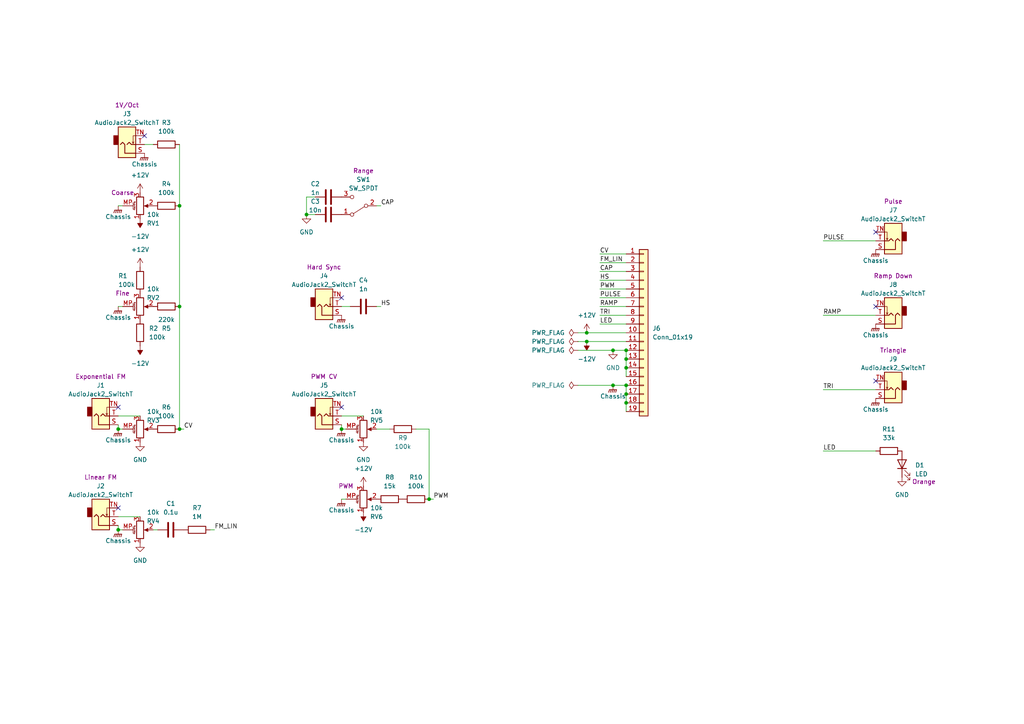
<source format=kicad_sch>
(kicad_sch (version 20230121) (generator eeschema)
  (paper "A4")
  (lib_symbols
    (symbol "0_power:Chassis" (power) (in_bom no) (on_board no)
      (property "Value" "Chassis" (at 0 -3.175 0))
      (symbol "Chassis_0_1"
        (polyline (pts (xy 0 -1.27) (xy 0 0)))
        (polyline (pts (xy -1.016 -1.27) (xy -1.27 -2.032) (xy -1.27 -2.032)) (stroke (width 0.2032)))
        (polyline (pts (xy -0.508 -1.27) (xy -0.762 -2.032) (xy -0.762 -2.032)) (stroke (width 0.2032)))
        (polyline (pts (xy 0 -1.27) (xy -0.254 -2.032) (xy -0.254 -2.032)) (stroke (width 0.2032)))
        (polyline (pts (xy 0.508 -1.27) (xy 0.254 -2.032) (xy 0.254 -2.032)) (stroke (width 0.2032)))
        (polyline (pts (xy 1.016 -1.27) (xy -1.016 -1.27) (xy -1.016 -1.27)) (stroke (width 0.2032)))
        (polyline (pts (xy 1.016 -1.27) (xy 0.762 -2.032) (xy 0.762 -2.032) (xy 0.762 -2.032)) (stroke (width 0.2032)))
      )
      (symbol "Chassis_1_1"
        (pin power_in line (at 0 0 0) (length 0) hide (name "Chassis") (number "1"))
      )
    )
    (symbol "Connector_Audio:AudioJack2_SwitchT"
      (property "Reference" "J" (at 0 8.89 0))
      (property "Value" "AudioJack2_SwitchT" (at 0 6.35 0))
      (symbol "AudioJack2_SwitchT_0_1"
        (rectangle (start -2.54 0) (end -3.81 -2.54) (stroke (width 0.254)) (fill (type outline)))
        (polyline (pts (xy 1.778 -0.254) (xy 2.032 -0.762)))
        (polyline (pts (xy 0 0) (xy 0.635 -0.635) (xy 1.27 0) (xy 2.54 0)) (stroke (width 0.254)))
        (polyline (pts (xy 2.54 -2.54) (xy 1.778 -2.54) (xy 1.778 -0.254) (xy 1.524 -0.762)))
        (polyline (pts (xy 2.54 2.54) (xy -0.635 2.54) (xy -0.635 0) (xy -1.27 -0.635) (xy -1.905 0)) (stroke (width 0.254)))
        (rectangle (start 2.54 3.81) (end -2.54 -5.08) (stroke (width 0.254)) (fill (type background)))
      )
      (symbol "AudioJack2_SwitchT_1_1"
        (pin passive line (at 5.08 2.54 180) (length 2.54) (name "~") (number "S"))
        (pin passive line (at 5.08 0 180) (length 2.54) (name "~") (number "T"))
        (pin passive line (at 5.08 -2.54 180) (length 2.54) (name "~") (number "TN"))
      )
    )
    (symbol "Connector_Generic:Conn_01x19" (pin_names (offset 1.016) hide)
      (property "Reference" "J" (at 0 25.4 0))
      (property "Value" "Conn_01x19" (at 0 -25.4 0))
      (symbol "Conn_01x19_1_1"
        (rectangle (start -1.27 -22.733) (end 0 -22.987) (stroke (width 0.1524)))
        (rectangle (start -1.27 -20.193) (end 0 -20.447) (stroke (width 0.1524)))
        (rectangle (start -1.27 -17.653) (end 0 -17.907) (stroke (width 0.1524)))
        (rectangle (start -1.27 -15.113) (end 0 -15.367) (stroke (width 0.1524)))
        (rectangle (start -1.27 -12.573) (end 0 -12.827) (stroke (width 0.1524)))
        (rectangle (start -1.27 -10.033) (end 0 -10.287) (stroke (width 0.1524)))
        (rectangle (start -1.27 -7.493) (end 0 -7.747) (stroke (width 0.1524)))
        (rectangle (start -1.27 -4.953) (end 0 -5.207) (stroke (width 0.1524)))
        (rectangle (start -1.27 -2.413) (end 0 -2.667) (stroke (width 0.1524)))
        (rectangle (start -1.27 0.127) (end 0 -0.127) (stroke (width 0.1524)))
        (rectangle (start -1.27 2.667) (end 0 2.413) (stroke (width 0.1524)))
        (rectangle (start -1.27 5.207) (end 0 4.953) (stroke (width 0.1524)))
        (rectangle (start -1.27 7.747) (end 0 7.493) (stroke (width 0.1524)))
        (rectangle (start -1.27 10.287) (end 0 10.033) (stroke (width 0.1524)))
        (rectangle (start -1.27 12.827) (end 0 12.573) (stroke (width 0.1524)))
        (rectangle (start -1.27 15.367) (end 0 15.113) (stroke (width 0.1524)))
        (rectangle (start -1.27 17.907) (end 0 17.653) (stroke (width 0.1524)))
        (rectangle (start -1.27 20.447) (end 0 20.193) (stroke (width 0.1524)))
        (rectangle (start -1.27 22.987) (end 0 22.733) (stroke (width 0.1524)))
        (rectangle (start -1.27 24.13) (end 1.27 -24.13) (stroke (width 0.254)) (fill (type background)))
        (pin passive line (at -5.08 22.86 0) (length 3.81) (name "Pin_1") (number "1"))
        (pin passive line (at -5.08 0 0) (length 3.81) (name "Pin_10") (number "10"))
        (pin passive line (at -5.08 -2.54 0) (length 3.81) (name "Pin_11") (number "11"))
        (pin passive line (at -5.08 -5.08 0) (length 3.81) (name "Pin_12") (number "12"))
        (pin passive line (at -5.08 -7.62 0) (length 3.81) (name "Pin_13") (number "13"))
        (pin passive line (at -5.08 -10.16 0) (length 3.81) (name "Pin_14") (number "14"))
        (pin passive line (at -5.08 -12.7 0) (length 3.81) (name "Pin_15") (number "15"))
        (pin passive line (at -5.08 -15.24 0) (length 3.81) (name "Pin_16") (number "16"))
        (pin passive line (at -5.08 -17.78 0) (length 3.81) (name "Pin_17") (number "17"))
        (pin passive line (at -5.08 -20.32 0) (length 3.81) (name "Pin_18") (number "18"))
        (pin passive line (at -5.08 -22.86 0) (length 3.81) (name "Pin_19") (number "19"))
        (pin passive line (at -5.08 20.32 0) (length 3.81) (name "Pin_2") (number "2"))
        (pin passive line (at -5.08 17.78 0) (length 3.81) (name "Pin_3") (number "3"))
        (pin passive line (at -5.08 15.24 0) (length 3.81) (name "Pin_4") (number "4"))
        (pin passive line (at -5.08 12.7 0) (length 3.81) (name "Pin_5") (number "5"))
        (pin passive line (at -5.08 10.16 0) (length 3.81) (name "Pin_6") (number "6"))
        (pin passive line (at -5.08 7.62 0) (length 3.81) (name "Pin_7") (number "7"))
        (pin passive line (at -5.08 5.08 0) (length 3.81) (name "Pin_8") (number "8"))
        (pin passive line (at -5.08 2.54 0) (length 3.81) (name "Pin_9") (number "9"))
      )
    )
    (symbol "Device:C" (pin_numbers hide) (pin_names (offset 0.254))
      (property "Reference" "C" (at 0.635 2.54 0))
      (property "Value" "C" (at 0.635 -2.54 0))
      (symbol "C_0_1"
        (polyline (pts (xy -2.032 -0.762) (xy 2.032 -0.762)) (stroke (width 0.508)))
        (polyline (pts (xy -2.032 0.762) (xy 2.032 0.762)) (stroke (width 0.508)))
      )
      (symbol "C_1_1"
        (pin passive line (at 0 3.81 270) (length 2.794) (name "~") (number "1"))
        (pin passive line (at 0 -3.81 90) (length 2.794) (name "~") (number "2"))
      )
    )
    (symbol "Device:LED" (pin_numbers hide) (pin_names (offset 1.016) hide)
      (property "Reference" "D" (at 0 2.54 0))
      (property "Value" "LED" (at 0 -2.54 0))
      (symbol "LED_0_1"
        (polyline (pts (xy -1.27 -1.27) (xy -1.27 1.27)) (stroke (width 0.254)))
        (polyline (pts (xy -1.27 0) (xy 1.27 0)))
        (polyline (pts (xy 1.27 -1.27) (xy 1.27 1.27) (xy -1.27 0) (xy 1.27 -1.27)) (stroke (width 0.254)))
        (polyline (pts (xy -3.048 -0.762) (xy -4.572 -2.286) (xy -3.81 -2.286) (xy -4.572 -2.286) (xy -4.572 -1.524)))
        (polyline (pts (xy -1.778 -0.762) (xy -3.302 -2.286) (xy -2.54 -2.286) (xy -3.302 -2.286) (xy -3.302 -1.524)))
      )
      (symbol "LED_1_1"
        (pin passive line (at -3.81 0 0) (length 2.54) (name "K") (number "1"))
        (pin passive line (at 3.81 0 180) (length 2.54) (name "A") (number "2"))
      )
    )
    (symbol "Device:R" (pin_numbers hide) (pin_names (offset 0))
      (property "Reference" "R" (at 2.032 0 90))
      (property "Value" "R" (at 0 0 90))
      (symbol "R_0_1"
        (rectangle (start -1.016 -2.54) (end 1.016 2.54) (stroke (width 0.254)))
      )
      (symbol "R_1_1"
        (pin passive line (at 0 3.81 270) (length 1.27) (name "~") (number "1"))
        (pin passive line (at 0 -3.81 90) (length 1.27) (name "~") (number "2"))
      )
    )
    (symbol "Device:R_Potentiometer_MountingPin" (pin_names (offset 1.016) hide)
      (property "Reference" "RV" (at -8.255 0 90))
      (property "Value" "R_Potentiometer_MountingPin" (at -6.35 0 90))
      (symbol "R_Potentiometer_MountingPin_0_1"
        (polyline (pts (xy 2.54 0) (xy 1.524 0)))
        (polyline (pts (xy 1.143 0) (xy 2.286 0.508) (xy 2.286 -0.508)) (fill (type outline)))
        (rectangle (start 1.016 2.54) (end -1.016 -2.54) (stroke (width 0.254)))
      )
      (symbol "R_Potentiometer_MountingPin_1_1"
        (polyline (pts (xy -2.032 1.016) (xy -2.032 -1.016)) (stroke (width 0.1524)))
        (text "Mounting" (at -1.651 0 900) (effects (font (size 0.381 0.381))))
        (pin passive line (at 0 3.81 270) (length 1.27) (name "1") (number "1"))
        (pin passive line (at 3.81 0 180) (length 1.27) (name "2") (number "2"))
        (pin passive line (at 0 -3.81 90) (length 1.27) (name "3") (number "3"))
        (pin passive line (at -5.08 0 0) (length 3.048) (name "MountPin") (number "MP"))
      )
    )
    (symbol "Switch:SW_SPDT" (pin_names (offset 0) hide)
      (property "Reference" "SW" (at 0 4.318 0))
      (property "Value" "SW_SPDT" (at 0 -5.08 0))
      (symbol "SW_SPDT_0_0"
        (circle (center -2.032 0) (radius 0.508))
        (circle (center 2.032 -2.54) (radius 0.508))
      )
      (symbol "SW_SPDT_0_1"
        (polyline (pts (xy -1.524 0.254) (xy 1.651 2.286)))
        (circle (center 2.032 2.54) (radius 0.508))
      )
      (symbol "SW_SPDT_1_1"
        (pin passive line (at 5.08 2.54 180) (length 2.54) (name "A") (number "1"))
        (pin passive line (at -5.08 0 0) (length 2.54) (name "B") (number "2"))
        (pin passive line (at 5.08 -2.54 180) (length 2.54) (name "C") (number "3"))
      )
    )
    (symbol "power:+12V" (power) (pin_names (offset 0))
      (property "Value" "+12V" (at 0 3.556 0))
      (symbol "+12V_0_1"
        (polyline (pts (xy -0.762 1.27) (xy 0 2.54)))
        (polyline (pts (xy 0 0) (xy 0 2.54)))
        (polyline (pts (xy 0 2.54) (xy 0.762 1.27)))
      )
      (symbol "+12V_1_1"
        (pin power_in line (at 0 0 90) (length 0) hide (name "+12V") (number "1"))
      )
    )
    (symbol "power:-12V" (power) (pin_names (offset 0))
      (property "Value" "-12V" (at 0 3.81 0))
      (symbol "-12V_0_0"
        (pin power_in line (at 0 0 90) (length 0) hide (name "-12V") (number "1"))
      )
      (symbol "-12V_0_1"
        (polyline (pts (xy 0 0) (xy 0 1.27) (xy 0.762 1.27) (xy 0 2.54) (xy -0.762 1.27) (xy 0 1.27)) (fill (type outline)))
      )
    )
    (symbol "power:GND" (power) (pin_names (offset 0))
      (property "Value" "GND" (at 0 -3.81 0))
      (symbol "GND_0_1"
        (polyline (pts (xy 0 0) (xy 0 -1.27) (xy 1.27 -1.27) (xy 0 -2.54) (xy -1.27 -1.27) (xy 0 -1.27)))
      )
      (symbol "GND_1_1"
        (pin power_in line (at 0 0 270) (length 0) hide (name "GND") (number "1"))
      )
    )
    (symbol "power:PWR_FLAG" (power) (pin_numbers hide) (pin_names (offset 0) hide)
      (property "Value" "PWR_FLAG" (at 0 3.81 0))
      (symbol "PWR_FLAG_0_0"
        (pin power_out line (at 0 0 90) (length 0) (name "pwr") (number "1"))
      )
      (symbol "PWR_FLAG_0_1"
        (polyline (pts (xy 0 0) (xy 0 1.27) (xy -1.016 1.905) (xy 0 2.54) (xy 1.016 1.905) (xy 0 1.27)))
      )
    )
  )
  (junction (at 170.18 96.52))
  (junction (at 99.06 124.46))
  (junction (at 181.61 101.6))
  (junction (at 34.29 124.46))
  (junction (at 124.46 144.78))
  (junction (at 52.07 59.69))
  (junction (at 181.61 106.68))
  (junction (at 177.8 101.6))
  (junction (at 88.9 62.23))
  (junction (at 181.61 114.3))
  (junction (at 181.61 104.14))
  (junction (at 181.61 116.84))
  (junction (at 34.29 153.67))
  (junction (at 181.61 111.76))
  (junction (at 177.8 111.76))
  (junction (at 170.18 99.06))
  (junction (at 52.07 124.46))
  (junction (at 52.07 88.9))
  (no_connect (at 41.91 39.37))
  (no_connect (at 99.06 118.11))
  (no_connect (at 34.29 147.32))
  (no_connect (at 34.29 118.11))
  (no_connect (at 99.06 86.36))
  (no_connect (at 254 67.31))
  (no_connect (at 254 88.9))
  (no_connect (at 254 110.49))
  (wire (pts (xy 34.29 124.46) (xy 34.29 123.19)))
  (wire (pts (xy 181.61 111.76) (xy 181.61 114.3)))
  (wire (pts (xy 173.99 83.82) (xy 181.61 83.82)))
  (wire (pts (xy 177.8 111.76) (xy 181.61 111.76)))
  (wire (pts (xy 173.99 88.9) (xy 181.61 88.9)))
  (wire (pts (xy 35.56 124.46) (xy 34.29 124.46)))
  (wire (pts (xy 173.99 81.28) (xy 181.61 81.28)))
  (wire (pts (xy 34.29 149.86) (xy 40.64 149.86)))
  (wire (pts (xy 88.9 57.15) (xy 88.9 62.23)))
  (wire (pts (xy 238.76 113.03) (xy 254 113.03)))
  (wire (pts (xy 44.45 153.67) (xy 45.72 153.67)))
  (wire (pts (xy 177.8 101.6) (xy 181.61 101.6)))
  (wire (pts (xy 173.99 93.98) (xy 181.61 93.98)))
  (wire (pts (xy 52.07 124.46) (xy 53.34 124.46)))
  (wire (pts (xy 99.06 120.65) (xy 105.41 120.65)))
  (wire (pts (xy 170.18 99.06) (xy 181.61 99.06)))
  (wire (pts (xy 181.61 104.14) (xy 181.61 106.68)))
  (wire (pts (xy 167.64 96.52) (xy 170.18 96.52)))
  (wire (pts (xy 167.64 101.6) (xy 177.8 101.6)))
  (wire (pts (xy 34.29 88.9) (xy 35.56 88.9)))
  (wire (pts (xy 99.06 124.46) (xy 99.06 123.19)))
  (wire (pts (xy 52.07 59.69) (xy 52.07 41.91)))
  (wire (pts (xy 170.18 96.52) (xy 181.61 96.52)))
  (wire (pts (xy 173.99 76.2) (xy 181.61 76.2)))
  (wire (pts (xy 173.99 78.74) (xy 181.61 78.74)))
  (wire (pts (xy 34.29 59.69) (xy 35.56 59.69)))
  (wire (pts (xy 110.49 88.9) (xy 109.22 88.9)))
  (wire (pts (xy 52.07 88.9) (xy 52.07 59.69)))
  (wire (pts (xy 173.99 91.44) (xy 181.61 91.44)))
  (wire (pts (xy 181.61 106.68) (xy 181.61 109.22)))
  (wire (pts (xy 238.76 91.44) (xy 254 91.44)))
  (wire (pts (xy 124.46 144.78) (xy 125.73 144.78)))
  (wire (pts (xy 238.76 130.81) (xy 254 130.81)))
  (wire (pts (xy 167.64 111.76) (xy 177.8 111.76)))
  (wire (pts (xy 167.64 99.06) (xy 170.18 99.06)))
  (wire (pts (xy 34.29 120.65) (xy 40.64 120.65)))
  (wire (pts (xy 181.61 101.6) (xy 181.61 104.14)))
  (wire (pts (xy 99.06 144.78) (xy 100.33 144.78)))
  (wire (pts (xy 113.03 124.46) (xy 109.22 124.46)))
  (wire (pts (xy 238.76 69.85) (xy 254 69.85)))
  (wire (pts (xy 124.46 124.46) (xy 124.46 144.78)))
  (wire (pts (xy 173.99 86.36) (xy 181.61 86.36)))
  (wire (pts (xy 100.33 124.46) (xy 99.06 124.46)))
  (wire (pts (xy 181.61 116.84) (xy 181.61 119.38)))
  (wire (pts (xy 120.65 124.46) (xy 124.46 124.46)))
  (wire (pts (xy 88.9 57.15) (xy 91.44 57.15)))
  (wire (pts (xy 110.49 59.69) (xy 109.22 59.69)))
  (wire (pts (xy 99.06 88.9) (xy 101.6 88.9)))
  (wire (pts (xy 35.56 153.67) (xy 34.29 153.67)))
  (wire (pts (xy 181.61 114.3) (xy 181.61 116.84)))
  (wire (pts (xy 52.07 124.46) (xy 52.07 88.9)))
  (wire (pts (xy 62.23 153.67) (xy 60.96 153.67)))
  (wire (pts (xy 88.9 62.23) (xy 91.44 62.23)))
  (wire (pts (xy 173.99 73.66) (xy 181.61 73.66)))
  (wire (pts (xy 34.29 153.67) (xy 34.29 152.4)))
  (wire (pts (xy 44.45 41.91) (xy 41.91 41.91)))
  (label "RAMP" (at 238.76 91.44 0))
  (label "FM_LIN" (at 62.23 153.67 0))
  (label "HS" (at 110.49 88.9 0))
  (label "FM_LIN" (at 173.99 76.2 0))
  (label "CV" (at 173.99 73.66 0))
  (label "LED" (at 238.76 130.81 0))
  (label "PWM" (at 125.73 144.78 0))
  (label "RAMP" (at 173.99 88.9 0))
  (label "TRI" (at 238.76 113.03 0))
  (label "CV" (at 53.34 124.46 0))
  (label "PULSE" (at 238.76 69.85 0))
  (label "CAP" (at 110.49 59.69 0))
  (label "HS" (at 173.99 81.28 0))
  (label "LED" (at 173.99 93.98 0))
  (label "TRI" (at 173.99 91.44 0))
  (label "PWM" (at 173.99 83.82 0))
  (label "PULSE" (at 173.99 86.36 0))
  (label "CAP" (at 173.99 78.74 0))
  (symbol (lib_id "Switch:SW_SPDT") (at 104.14 59.69 180) (unit 1)
    (property "Reference" "SW1" (at 105.41 52.07 0))
    (property "Value" "SW_SPDT" (at 105.41 54.61 0))
    (property "Footprint" "0_Switch_THT:MTS-102_MTS-103_MTS-112_MTS-113_MTS-123" (effects hide))
    (property "Notes" "Range" (at 105.41 49.53 0))
  )
  (symbol (lib_id "power:-12V") (at 105.41 148.59 180) (unit 1)
    (property "Reference" "#PWR010" (effects hide))
    (property "Value" "-12V" (at 105.41 153.67 0))
  )
  (symbol (lib_id "power:GND") (at 40.64 128.27 0) (unit 1)
    (property "Reference" "#PWR05" (effects hide))
    (property "Value" "GND" (at 40.64 133.35 0))
  )
  (symbol (lib_id "0_power:Chassis") (at 254 115.57 0) (unit 1) (in_bom no) (on_board no)
    (property "Reference" "#U012" (effects hide))
    (property "Value" "Chassis" (at 254 118.745 0))
  )
  (symbol (lib_id "power:PWR_FLAG") (at 167.64 99.06 90) (unit 1)
    (property "Reference" "#FLG02" (effects hide))
    (property "Value" "PWR_FLAG" (at 163.83 99.06 90) (effects (justify left)))
  )
  (symbol (lib_id "power:GND") (at 261.62 138.43 0) (unit 1)
    (property "Reference" "#PWR014" (effects hide))
    (property "Value" "GND" (at 261.62 143.51 0))
  )
  (symbol (lib_id "Device:R_Potentiometer_MountingPin") (at 40.64 153.67 0) (mirror x) (unit 1)
    (property "Reference" "RV4" (at 44.45 151.1269 0))
    (property "Value" "10k" (at 44.45 148.59 0))
    (property "Footprint" "0_Potentiometer_THT:Potentiometer_Alpha_RD901F-40-00D_Single_Vertical_MP" (effects hide))
  )
  (symbol (lib_id "0_power:Chassis") (at 34.29 124.46 0) (unit 1) (in_bom no) (on_board no)
    (property "Reference" "#U03" (effects hide))
    (property "Value" "Chassis" (at 34.29 127.635 0))
  )
  (symbol (lib_id "Device:R") (at 40.64 96.52 0) (unit 1)
    (property "Reference" "R2" (at 43.18 95.2499 0) (effects (justify left)))
    (property "Value" "100k" (at 43.18 97.7899 0) (effects (justify left)))
    (property "Footprint" "Resistor_THT:R_Axial_DIN0207_L6.3mm_D2.5mm_P7.62mm_Horizontal" (effects hide))
  )
  (symbol (lib_id "Device:LED") (at 261.62 134.62 90) (unit 1)
    (property "Reference" "D1" (at 265.43 134.9374 90) (effects (justify right)))
    (property "Value" "LED" (at 265.43 137.4774 90) (effects (justify right)))
    (property "Footprint" "LED_THT:LED_D5.0mm" (effects hide))
    (property "Notes" "Orange" (at 267.97 139.7 90))
  )
  (symbol (lib_id "Device:C") (at 49.53 153.67 90) (unit 1)
    (property "Reference" "C1" (at 49.53 146.05 90))
    (property "Value" "0.1u" (at 49.53 148.59 90))
    (property "Footprint" "0_Capacitor_THT:C_Disc_D5.5mm_W2.5mm_P2.50mm" (effects hide))
  )
  (symbol (lib_id "Device:C") (at 95.25 62.23 90) (unit 1)
    (property "Reference" "C3" (at 91.44 58.42 90))
    (property "Value" "10n" (at 91.44 60.96 90))
    (property "Footprint" "0_Capacitor_THT:C_Disc_D5.5mm_W2.5mm_P2.50mm" (effects hide))
  )
  (symbol (lib_id "power:PWR_FLAG") (at 167.64 111.76 90) (unit 1)
    (property "Reference" "#FLG04" (effects hide))
    (property "Value" "PWR_FLAG" (at 163.83 111.76 90) (effects (justify left)))
  )
  (symbol (lib_id "Device:R_Potentiometer_MountingPin") (at 40.64 59.69 0) (mirror x) (unit 1)
    (property "Reference" "RV1" (at 44.45 64.77 0))
    (property "Value" "10k" (at 44.45 62.2331 0))
    (property "Footprint" "0_Potentiometer_THT:Potentiometer_Alpha_RD901F-40-00D_Single_Vertical_MP" (effects hide))
    (property "Field4" "Coarse" (at 35.56 55.88 0))
  )
  (symbol (lib_id "0_power:Chassis") (at 254 72.39 0) (unit 1) (in_bom no) (on_board no)
    (property "Reference" "#U010" (effects hide))
    (property "Value" "Chassis" (at 254 75.565 0))
  )
  (symbol (lib_id "power:PWR_FLAG") (at 167.64 96.52 90) (unit 1)
    (property "Reference" "#FLG01" (effects hide))
    (property "Value" "PWR_FLAG" (at 163.83 96.52 90) (effects (justify left)))
  )
  (symbol (lib_id "power:-12V") (at 40.64 100.33 180) (unit 1)
    (property "Reference" "#PWR04" (effects hide))
    (property "Value" "-12V" (at 40.64 105.41 0))
  )
  (symbol (lib_id "0_power:Chassis") (at 99.06 144.78 0) (unit 1) (in_bom no) (on_board no)
    (property "Reference" "#U08" (effects hide))
    (property "Value" "Chassis" (at 99.06 147.955 0))
  )
  (symbol (lib_id "power:+12V") (at 170.18 96.52 0) (unit 1)
    (property "Reference" "#PWR011" (effects hide))
    (property "Value" "+12V" (at 170.18 91.44 0))
  )
  (symbol (lib_id "Device:R_Potentiometer_MountingPin") (at 40.64 88.9 0) (mirror x) (unit 1)
    (property "Reference" "RV2" (at 44.45 86.3569 0))
    (property "Value" "10k" (at 44.45 83.82 0))
    (property "Footprint" "0_Potentiometer_THT:Potentiometer_Alpha_RD901F-40-00D_Single_Vertical_MP" (effects hide))
    (property "Field4" "Fine" (at 35.56 85.09 0))
  )
  (symbol (lib_id "Device:R_Potentiometer_MountingPin") (at 105.41 124.46 0) (mirror x) (unit 1)
    (property "Reference" "RV5" (at 109.22 121.9169 0))
    (property "Value" "10k" (at 109.22 119.38 0))
    (property "Footprint" "0_Potentiometer_THT:Potentiometer_Alpha_RD901F-40-00D_Single_Vertical_MP" (effects hide))
  )
  (symbol (lib_id "Device:C") (at 105.41 88.9 90) (unit 1)
    (property "Reference" "C4" (at 105.41 81.28 90))
    (property "Value" "1n" (at 105.41 83.82 90))
    (property "Footprint" "0_Capacitor_THT:C_Disc_D5.5mm_W2.5mm_P2.50mm" (effects hide))
  )
  (symbol (lib_id "Device:R") (at 48.26 41.91 90) (unit 1)
    (property "Reference" "R3" (at 48.26 35.56 90))
    (property "Value" "100k" (at 48.26 38.1 90))
    (property "Footprint" "Resistor_THT:R_Axial_DIN0207_L6.3mm_D2.5mm_P7.62mm_Horizontal" (effects hide))
  )
  (symbol (lib_id "power:PWR_FLAG") (at 167.64 101.6 90) (unit 1)
    (property "Reference" "#FLG03" (effects hide))
    (property "Value" "PWR_FLAG" (at 163.83 101.6 90) (effects (justify left)))
  )
  (symbol (lib_id "power:GND") (at 177.8 101.6 0) (unit 1)
    (property "Reference" "#PWR013" (effects hide))
    (property "Value" "GND" (at 177.8 106.68 0))
  )
  (symbol (lib_id "0_power:Chassis") (at 254 93.98 0) (unit 1) (in_bom no) (on_board no)
    (property "Reference" "#U011" (effects hide))
    (property "Value" "Chassis" (at 254 97.155 0))
  )
  (symbol (lib_id "power:GND") (at 105.41 128.27 0) (unit 1)
    (property "Reference" "#PWR08" (effects hide))
    (property "Value" "GND" (at 105.41 133.35 0))
  )
  (symbol (lib_id "Connector_Audio:AudioJack2_SwitchT") (at 259.08 69.85 180) (unit 1)
    (property "Reference" "J7" (at 259.08 60.96 0))
    (property "Value" "AudioJack2_SwitchT" (at 259.08 63.5 0))
    (property "Footprint" "Connector_Audio:Jack_3.5mm_QingPu_WQP-PJ398SM_Vertical_CircularHoles" (effects hide))
    (property "Notes" "Pulse" (at 259.08 58.42 0))
  )
  (symbol (lib_id "Connector_Audio:AudioJack2_SwitchT") (at 259.08 113.03 180) (unit 1)
    (property "Reference" "J9" (at 259.08 104.14 0))
    (property "Value" "AudioJack2_SwitchT" (at 259.08 106.68 0))
    (property "Footprint" "Connector_Audio:Jack_3.5mm_QingPu_WQP-PJ398SM_Vertical_CircularHoles" (effects hide))
    (property "Notes" "Triangle" (at 259.08 101.6 0))
  )
  (symbol (lib_id "Device:R") (at 40.64 81.28 0) (mirror y) (unit 1)
    (property "Reference" "R1" (at 34.29 80.01 0) (effects (justify right)))
    (property "Value" "100k" (at 34.29 82.5469 0) (effects (justify right)))
    (property "Footprint" "Resistor_THT:R_Axial_DIN0207_L6.3mm_D2.5mm_P7.62mm_Horizontal" (effects hide))
  )
  (symbol (lib_id "0_power:Chassis") (at 41.91 44.45 0) (unit 1) (in_bom no) (on_board no)
    (property "Reference" "#U05" (effects hide))
    (property "Value" "Chassis" (at 41.91 47.625 0))
  )
  (symbol (lib_id "Device:C") (at 95.25 57.15 90) (unit 1)
    (property "Reference" "C2" (at 91.44 53.34 90))
    (property "Value" "1n" (at 91.44 55.88 90))
    (property "Footprint" "0_Capacitor_THT:C_Disc_D5.5mm_W2.5mm_P2.50mm" (effects hide))
  )
  (symbol (lib_id "0_power:Chassis") (at 177.8 111.76 0) (unit 1) (in_bom no) (on_board no)
    (property "Reference" "#U09" (effects hide))
    (property "Value" "Chassis" (at 177.8 114.935 0))
  )
  (symbol (lib_id "Device:R") (at 120.65 144.78 90) (unit 1)
    (property "Reference" "R10" (at 120.65 138.43 90))
    (property "Value" "100k" (at 120.65 140.97 90))
    (property "Footprint" "Resistor_THT:R_Axial_DIN0207_L6.3mm_D2.5mm_P7.62mm_Horizontal" (effects hide))
  )
  (symbol (lib_id "power:+12V") (at 40.64 55.88 0) (unit 1)
    (property "Reference" "#PWR01" (effects hide))
    (property "Value" "+12V" (at 40.64 50.8 0))
  )
  (symbol (lib_id "Connector_Audio:AudioJack2_SwitchT") (at 93.98 88.9 0) (mirror x) (unit 1)
    (property "Reference" "J4" (at 93.98 80.01 0))
    (property "Value" "AudioJack2_SwitchT" (at 93.98 82.55 0))
    (property "Footprint" "Connector_Audio:Jack_3.5mm_QingPu_WQP-PJ398SM_Vertical_CircularHoles" (effects hide))
    (property "Notes" "Hard Sync" (at 93.98 77.47 0))
  )
  (symbol (lib_id "Connector_Generic:Conn_01x19") (at 186.69 96.52 0) (unit 1)
    (property "Reference" "J6" (at 189.23 95.25 0) (effects (justify left)))
    (property "Value" "Conn_01x19" (at 189.23 97.79 0) (effects (justify left)))
    (property "Footprint" "Connector_PinHeader_2.54mm:PinHeader_1x19_P2.54mm_Vertical" (effects hide))
  )
  (symbol (lib_id "power:-12V") (at 40.64 63.5 180) (unit 1)
    (property "Reference" "#PWR02" (effects hide))
    (property "Value" "-12V" (at 40.64 68.58 0))
  )
  (symbol (lib_id "Device:R") (at 57.15 153.67 90) (unit 1)
    (property "Reference" "R7" (at 57.15 147.32 90))
    (property "Value" "1M" (at 57.15 149.86 90))
    (property "Footprint" "Resistor_THT:R_Axial_DIN0207_L6.3mm_D2.5mm_P7.62mm_Horizontal" (effects hide))
  )
  (symbol (lib_id "Connector_Audio:AudioJack2_SwitchT") (at 259.08 91.44 180) (unit 1)
    (property "Reference" "J8" (at 259.08 82.55 0))
    (property "Value" "AudioJack2_SwitchT" (at 259.08 85.09 0))
    (property "Footprint" "Connector_Audio:Jack_3.5mm_QingPu_WQP-PJ398SM_Vertical_CircularHoles" (effects hide))
    (property "Notes" "Ramp Down" (at 259.08 80.01 0))
  )
  (symbol (lib_id "0_power:Chassis") (at 34.29 59.69 0) (unit 1) (in_bom no) (on_board no)
    (property "Reference" "#U01" (effects hide))
    (property "Value" "Chassis" (at 34.29 62.865 0))
  )
  (symbol (lib_id "Device:R") (at 257.81 130.81 90) (unit 1)
    (property "Reference" "R11" (at 257.81 124.46 90))
    (property "Value" "33k" (at 257.81 127 90))
    (property "Footprint" "Resistor_THT:R_Axial_DIN0207_L6.3mm_D2.5mm_P7.62mm_Horizontal" (effects hide))
  )
  (symbol (lib_id "power:+12V") (at 105.41 140.97 0) (unit 1)
    (property "Reference" "#PWR09" (effects hide))
    (property "Value" "+12V" (at 105.41 135.89 0))
  )
  (symbol (lib_id "Device:R") (at 48.26 59.69 90) (unit 1)
    (property "Reference" "R4" (at 48.26 53.34 90))
    (property "Value" "100k" (at 48.26 55.88 90))
    (property "Footprint" "Resistor_THT:R_Axial_DIN0207_L6.3mm_D2.5mm_P7.62mm_Horizontal" (effects hide))
  )
  (symbol (lib_id "power:GND") (at 88.9 62.23 0) (unit 1)
    (property "Reference" "#PWR07" (effects hide))
    (property "Value" "GND" (at 88.9 67.31 0))
  )
  (symbol (lib_id "Device:R") (at 48.26 124.46 90) (unit 1)
    (property "Reference" "R6" (at 48.26 118.11 90))
    (property "Value" "100k" (at 48.26 120.65 90))
    (property "Footprint" "Resistor_THT:R_Axial_DIN0207_L6.3mm_D2.5mm_P7.62mm_Horizontal" (effects hide))
  )
  (symbol (lib_id "0_power:Chassis") (at 99.06 91.44 0) (unit 1) (in_bom no) (on_board no)
    (property "Reference" "#U06" (effects hide))
    (property "Value" "Chassis" (at 99.06 94.615 0))
  )
  (symbol (lib_id "0_power:Chassis") (at 34.29 153.67 0) (unit 1) (in_bom no) (on_board no)
    (property "Reference" "#U04" (effects hide))
    (property "Value" "Chassis" (at 34.29 156.845 0))
  )
  (symbol (lib_id "Device:R") (at 113.03 144.78 90) (unit 1)
    (property "Reference" "R8" (at 113.03 138.43 90))
    (property "Value" "15k" (at 113.03 140.97 90))
    (property "Footprint" "Resistor_THT:R_Axial_DIN0207_L6.3mm_D2.5mm_P7.62mm_Horizontal" (effects hide))
  )
  (symbol (lib_id "Device:R_Potentiometer_MountingPin") (at 40.64 124.46 0) (mirror x) (unit 1)
    (property "Reference" "RV3" (at 44.45 121.9169 0))
    (property "Value" "10k" (at 44.45 119.38 0))
    (property "Footprint" "0_Potentiometer_THT:Potentiometer_Alpha_RD901F-40-00D_Single_Vertical_MP" (effects hide))
  )
  (symbol (lib_id "power:+12V") (at 40.64 77.47 0) (unit 1)
    (property "Reference" "#PWR03" (effects hide))
    (property "Value" "+12V" (at 40.64 72.39 0))
  )
  (symbol (lib_id "power:GND") (at 40.64 157.48 0) (unit 1)
    (property "Reference" "#PWR06" (effects hide))
    (property "Value" "GND" (at 40.64 162.56 0))
  )
  (symbol (lib_id "Connector_Audio:AudioJack2_SwitchT") (at 29.21 149.86 0) (mirror x) (unit 1)
    (property "Reference" "J2" (at 29.21 140.97 0))
    (property "Value" "AudioJack2_SwitchT" (at 29.21 143.51 0))
    (property "Footprint" "Connector_Audio:Jack_3.5mm_QingPu_WQP-PJ398SM_Vertical_CircularHoles" (effects hide))
    (property "Notes" "Linear FM" (at 29.21 138.43 0))
  )
  (symbol (lib_id "Device:R_Potentiometer_MountingPin") (at 105.41 144.78 0) (mirror x) (unit 1)
    (property "Reference" "RV6" (at 109.22 149.86 0))
    (property "Value" "10k" (at 109.22 147.3231 0))
    (property "Footprint" "0_Potentiometer_THT:Potentiometer_Alpha_RD901F-40-00D_Single_Vertical_MP" (effects hide))
    (property "Field4" "PWM" (at 100.33 140.97 0))
  )
  (symbol (lib_id "0_power:Chassis") (at 99.06 124.46 0) (unit 1) (in_bom no) (on_board no)
    (property "Reference" "#U07" (effects hide))
    (property "Value" "Chassis" (at 99.06 127.635 0))
  )
  (symbol (lib_id "Connector_Audio:AudioJack2_SwitchT") (at 36.83 41.91 0) (mirror x) (unit 1)
    (property "Reference" "J3" (at 36.83 33.02 0))
    (property "Value" "AudioJack2_SwitchT" (at 36.83 35.56 0))
    (property "Footprint" "Connector_Audio:Jack_3.5mm_QingPu_WQP-PJ398SM_Vertical_CircularHoles" (effects hide))
    (property "Notes" "1V/Oct" (at 36.83 30.48 0))
  )
  (symbol (lib_id "Device:R") (at 116.84 124.46 90) (unit 1)
    (property "Reference" "R9" (at 116.84 127 90))
    (property "Value" "100k" (at 116.84 129.5369 90))
    (property "Footprint" "Resistor_THT:R_Axial_DIN0207_L6.3mm_D2.5mm_P7.62mm_Horizontal" (effects hide))
  )
  (symbol (lib_id "Connector_Audio:AudioJack2_SwitchT") (at 93.98 120.65 0) (mirror x) (unit 1)
    (property "Reference" "J5" (at 93.98 111.76 0))
    (property "Value" "AudioJack2_SwitchT" (at 93.98 114.3 0))
    (property "Footprint" "Connector_Audio:Jack_3.5mm_QingPu_WQP-PJ398SM_Vertical_CircularHoles" (effects hide))
    (property "Notes" "PWM CV" (at 93.98 109.22 0))
  )
  (symbol (lib_id "Connector_Audio:AudioJack2_SwitchT") (at 29.21 120.65 0) (mirror x) (unit 1)
    (property "Reference" "J1" (at 29.21 111.76 0))
    (property "Value" "AudioJack2_SwitchT" (at 29.21 114.3 0))
    (property "Footprint" "Connector_Audio:Jack_3.5mm_QingPu_WQP-PJ398SM_Vertical_CircularHoles" (effects hide))
    (property "Notes" "Exponential FM" (at 29.21 109.22 0))
  )
  (symbol (lib_id "0_power:Chassis") (at 34.29 88.9 0) (unit 1) (in_bom no) (on_board no)
    (property "Reference" "#U02" (effects hide))
    (property "Value" "Chassis" (at 34.29 92.075 0))
  )
  (symbol (lib_id "Device:R") (at 48.26 88.9 90) (mirror x) (unit 1)
    (property "Reference" "R5" (at 48.26 95.25 90))
    (property "Value" "220k" (at 48.26 92.71 90))
    (property "Footprint" "Resistor_THT:R_Axial_DIN0207_L6.3mm_D2.5mm_P7.62mm_Horizontal" (effects hide))
  )
  (symbol (lib_id "power:-12V") (at 170.18 99.06 180) (unit 1)
    (property "Reference" "#PWR012" (effects hide))
    (property "Value" "-12V" (at 170.18 104.14 0))
  )
)
</source>
